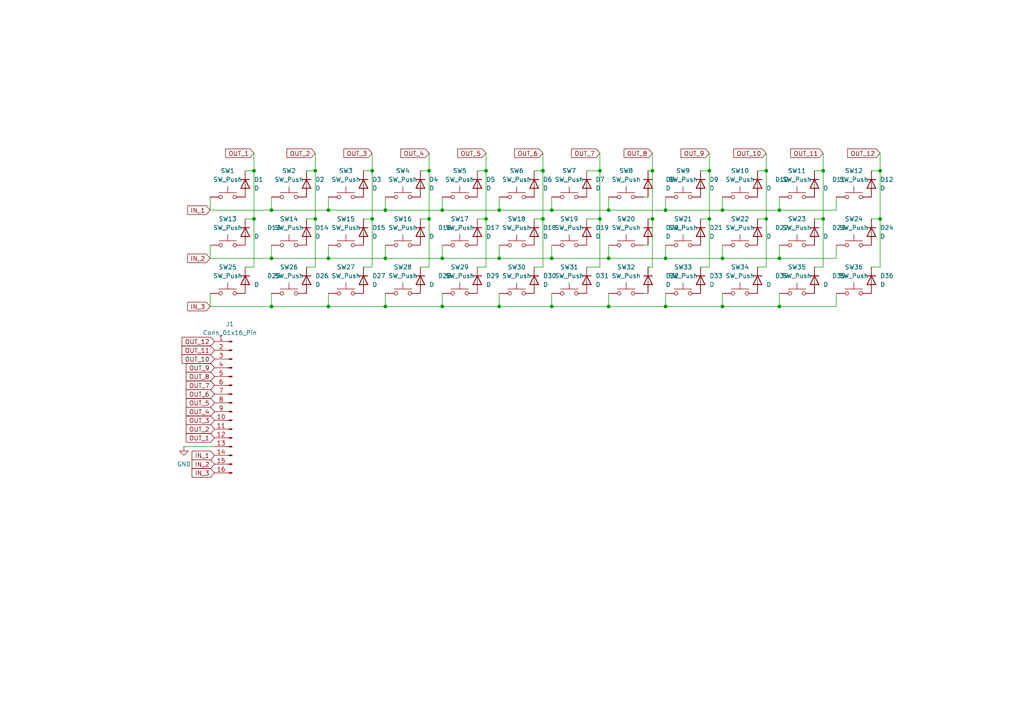
<source format=kicad_sch>
(kicad_sch (version 20231120) (generator "eeschema") (generator_version "8.0")
  (paper "A4")
  (lib_symbols
    (symbol "Connector:Conn_01x16_Pin" (pin_names (offset 1.016) hide)
      (property "Reference" "J" (at 0 20.32 0))
      (property "Value" "Conn_01x16_Pin" (at 0 -22.86 0))
      (symbol "Conn_01x16_Pin_1_1"
        (polyline (pts (xy 1.27 -20.32) (xy 0.8636 -20.32)) (stroke (width 0.1524)))
        (polyline (pts (xy 1.27 -17.78) (xy 0.8636 -17.78)) (stroke (width 0.1524)))
        (polyline (pts (xy 1.27 -15.24) (xy 0.8636 -15.24)) (stroke (width 0.1524)))
        (polyline (pts (xy 1.27 -12.7) (xy 0.8636 -12.7)) (stroke (width 0.1524)))
        (polyline (pts (xy 1.27 -10.16) (xy 0.8636 -10.16)) (stroke (width 0.1524)))
        (polyline (pts (xy 1.27 -7.62) (xy 0.8636 -7.62)) (stroke (width 0.1524)))
        (polyline (pts (xy 1.27 -5.08) (xy 0.8636 -5.08)) (stroke (width 0.1524)))
        (polyline (pts (xy 1.27 -2.54) (xy 0.8636 -2.54)) (stroke (width 0.1524)))
        (polyline (pts (xy 1.27 0) (xy 0.8636 0)) (stroke (width 0.1524)))
        (polyline (pts (xy 1.27 2.54) (xy 0.8636 2.54)) (stroke (width 0.1524)))
        (polyline (pts (xy 1.27 5.08) (xy 0.8636 5.08)) (stroke (width 0.1524)))
        (polyline (pts (xy 1.27 7.62) (xy 0.8636 7.62)) (stroke (width 0.1524)))
        (polyline (pts (xy 1.27 10.16) (xy 0.8636 10.16)) (stroke (width 0.1524)))
        (polyline (pts (xy 1.27 12.7) (xy 0.8636 12.7)) (stroke (width 0.1524)))
        (polyline (pts (xy 1.27 15.24) (xy 0.8636 15.24)) (stroke (width 0.1524)))
        (polyline (pts (xy 1.27 17.78) (xy 0.8636 17.78)) (stroke (width 0.1524)))
        (rectangle (start 0.8636 -20.193) (end 0 -20.447) (stroke (width 0.1524)) (fill (type outline)))
        (rectangle (start 0.8636 -17.653) (end 0 -17.907) (stroke (width 0.1524)) (fill (type outline)))
        (rectangle (start 0.8636 -15.113) (end 0 -15.367) (stroke (width 0.1524)) (fill (type outline)))
        (rectangle (start 0.8636 -12.573) (end 0 -12.827) (stroke (width 0.1524)) (fill (type outline)))
        (rectangle (start 0.8636 -10.033) (end 0 -10.287) (stroke (width 0.1524)) (fill (type outline)))
        (rectangle (start 0.8636 -7.493) (end 0 -7.747) (stroke (width 0.1524)) (fill (type outline)))
        (rectangle (start 0.8636 -4.953) (end 0 -5.207) (stroke (width 0.1524)) (fill (type outline)))
        (rectangle (start 0.8636 -2.413) (end 0 -2.667) (stroke (width 0.1524)) (fill (type outline)))
        (rectangle (start 0.8636 0.127) (end 0 -0.127) (stroke (width 0.1524)) (fill (type outline)))
        (rectangle (start 0.8636 2.667) (end 0 2.413) (stroke (width 0.1524)) (fill (type outline)))
        (rectangle (start 0.8636 5.207) (end 0 4.953) (stroke (width 0.1524)) (fill (type outline)))
        (rectangle (start 0.8636 7.747) (end 0 7.493) (stroke (width 0.1524)) (fill (type outline)))
        (rectangle (start 0.8636 10.287) (end 0 10.033) (stroke (width 0.1524)) (fill (type outline)))
        (rectangle (start 0.8636 12.827) (end 0 12.573) (stroke (width 0.1524)) (fill (type outline)))
        (rectangle (start 0.8636 15.367) (end 0 15.113) (stroke (width 0.1524)) (fill (type outline)))
        (rectangle (start 0.8636 17.907) (end 0 17.653) (stroke (width 0.1524)) (fill (type outline)))
        (pin passive line (at 5.08 17.78 180) (length 3.81) (name "Pin_1") (number "1"))
        (pin passive line (at 5.08 -5.08 180) (length 3.81) (name "Pin_10") (number "10"))
        (pin passive line (at 5.08 -7.62 180) (length 3.81) (name "Pin_11") (number "11"))
        (pin passive line (at 5.08 -10.16 180) (length 3.81) (name "Pin_12") (number "12"))
        (pin passive line (at 5.08 -12.7 180) (length 3.81) (name "Pin_13") (number "13"))
        (pin passive line (at 5.08 -15.24 180) (length 3.81) (name "Pin_14") (number "14"))
        (pin passive line (at 5.08 -17.78 180) (length 3.81) (name "Pin_15") (number "15"))
        (pin passive line (at 5.08 -20.32 180) (length 3.81) (name "Pin_16") (number "16"))
        (pin passive line (at 5.08 15.24 180) (length 3.81) (name "Pin_2") (number "2"))
        (pin passive line (at 5.08 12.7 180) (length 3.81) (name "Pin_3") (number "3"))
        (pin passive line (at 5.08 10.16 180) (length 3.81) (name "Pin_4") (number "4"))
        (pin passive line (at 5.08 7.62 180) (length 3.81) (name "Pin_5") (number "5"))
        (pin passive line (at 5.08 5.08 180) (length 3.81) (name "Pin_6") (number "6"))
        (pin passive line (at 5.08 2.54 180) (length 3.81) (name "Pin_7") (number "7"))
        (pin passive line (at 5.08 0 180) (length 3.81) (name "Pin_8") (number "8"))
        (pin passive line (at 5.08 -2.54 180) (length 3.81) (name "Pin_9") (number "9"))
      )
    )
    (symbol "Device:D" (pin_numbers hide) (pin_names (offset 1.016) hide)
      (property "Reference" "D" (at 0 2.54 0))
      (property "Value" "D" (at 0 -2.54 0))
      (symbol "D_0_1"
        (polyline (pts (xy -1.27 1.27) (xy -1.27 -1.27)) (stroke (width 0.254)))
        (polyline (pts (xy 1.27 0) (xy -1.27 0)))
        (polyline (pts (xy 1.27 1.27) (xy 1.27 -1.27) (xy -1.27 0) (xy 1.27 1.27)) (stroke (width 0.254)))
      )
      (symbol "D_1_1"
        (pin passive line (at -3.81 0 0) (length 2.54) (name "K") (number "1"))
        (pin passive line (at 3.81 0 180) (length 2.54) (name "A") (number "2"))
      )
    )
    (symbol "Switch:SW_Push" (pin_numbers hide) (pin_names (offset 1.016) hide)
      (property "Reference" "SW" (at 1.27 2.54 0))
      (property "Value" "SW_Push" (at 0 -1.524 0))
      (symbol "SW_Push_0_1"
        (circle (center -2.032 0) (radius 0.508))
        (polyline (pts (xy 0 1.27) (xy 0 3.048)))
        (polyline (pts (xy 2.54 1.27) (xy -2.54 1.27)))
        (circle (center 2.032 0) (radius 0.508))
        (pin passive line (at -5.08 0 0) (length 2.54) (name "1") (number "1"))
        (pin passive line (at 5.08 0 180) (length 2.54) (name "2") (number "2"))
      )
    )
    (symbol "power:GND" (power) (pin_numbers hide) (pin_names (offset 0) hide)
      (property "Value" "GND" (at 0 -3.81 0))
      (symbol "GND_0_1"
        (polyline (pts (xy 0 0) (xy 0 -1.27) (xy 1.27 -1.27) (xy 0 -2.54) (xy -1.27 -1.27) (xy 0 -1.27)))
      )
      (symbol "GND_1_1"
        (pin power_in line (at 0 0 270) (length 0) (name "~") (number "1"))
      )
    )
  )
  (junction (at 173.99 49.53))
  (junction (at 238.76 63.5))
  (junction (at 255.27 49.53))
  (junction (at 157.48 63.5))
  (junction (at 128.27 74.93))
  (junction (at 73.66 63.5))
  (junction (at 209.55 74.93))
  (junction (at 226.06 88.9))
  (junction (at 193.04 74.93))
  (junction (at 189.23 63.5))
  (junction (at 128.27 88.9))
  (junction (at 144.78 60.96))
  (junction (at 144.78 88.9))
  (junction (at 78.74 60.96))
  (junction (at 111.76 60.96))
  (junction (at 140.97 49.53))
  (junction (at 107.95 63.5))
  (junction (at 95.25 60.96))
  (junction (at 226.06 74.93))
  (junction (at 176.53 88.9))
  (junction (at 157.48 49.53))
  (junction (at 226.06 60.96))
  (junction (at 78.74 74.93))
  (junction (at 189.23 49.53))
  (junction (at 160.02 88.9))
  (junction (at 111.76 88.9))
  (junction (at 140.97 63.5))
  (junction (at 255.27 63.5))
  (junction (at 124.46 63.5))
  (junction (at 176.53 74.93))
  (junction (at 95.25 88.9))
  (junction (at 193.04 60.96))
  (junction (at 111.76 74.93))
  (junction (at 173.99 63.5))
  (junction (at 95.25 74.93))
  (junction (at 91.44 49.53))
  (junction (at 238.76 49.53))
  (junction (at 144.78 74.93))
  (junction (at 209.55 60.96))
  (junction (at 205.74 63.5))
  (junction (at 176.53 60.96))
  (junction (at 209.55 88.9))
  (junction (at 78.74 88.9))
  (junction (at 107.95 49.53))
  (junction (at 128.27 60.96))
  (junction (at 73.66 49.53))
  (junction (at 124.46 49.53))
  (junction (at 160.02 60.96))
  (junction (at 222.25 49.53))
  (junction (at 193.04 88.9))
  (junction (at 222.25 63.5))
  (junction (at 160.02 74.93))
  (junction (at 91.44 63.5))
  (junction (at 205.74 49.53))
  (wire (pts (xy 124.46 49.53) (xy 121.92 49.53)))
  (wire (pts (xy 222.25 44.45) (xy 222.25 49.53)))
  (wire (pts (xy 95.25 57.15) (xy 95.25 60.96)))
  (wire (pts (xy 255.27 49.53) (xy 252.73 49.53)))
  (wire (pts (xy 238.76 44.45) (xy 238.76 49.53)))
  (wire (pts (xy 193.04 88.9) (xy 209.55 88.9)))
  (wire (pts (xy 111.76 60.96) (xy 128.27 60.96)))
  (wire (pts (xy 157.48 49.53) (xy 154.94 49.53)))
  (wire (pts (xy 91.44 63.5) (xy 91.44 49.53)))
  (wire (pts (xy 78.74 74.93) (xy 95.25 74.93)))
  (wire (pts (xy 176.53 74.93) (xy 193.04 74.93)))
  (wire (pts (xy 219.71 77.47) (xy 222.25 77.47)))
  (wire (pts (xy 121.92 77.47) (xy 124.46 77.47)))
  (wire (pts (xy 88.9 63.5) (xy 91.44 63.5)))
  (wire (pts (xy 209.55 85.09) (xy 209.55 88.9)))
  (wire (pts (xy 91.44 44.45) (xy 91.44 49.53)))
  (wire (pts (xy 176.53 57.15) (xy 176.53 60.96)))
  (wire (pts (xy 157.48 49.53) (xy 157.48 63.5)))
  (wire (pts (xy 255.27 77.47) (xy 255.27 63.5)))
  (wire (pts (xy 209.55 57.15) (xy 209.55 60.96)))
  (wire (pts (xy 189.23 44.45) (xy 189.23 49.53)))
  (wire (pts (xy 203.2 63.5) (xy 205.74 63.5)))
  (wire (pts (xy 140.97 49.53) (xy 138.43 49.53)))
  (wire (pts (xy 144.78 88.9) (xy 160.02 88.9)))
  (wire (pts (xy 189.23 63.5) (xy 189.23 77.47)))
  (wire (pts (xy 95.25 88.9) (xy 111.76 88.9)))
  (wire (pts (xy 193.04 85.09) (xy 193.04 88.9)))
  (wire (pts (xy 91.44 77.47) (xy 91.44 63.5)))
  (wire (pts (xy 160.02 71.12) (xy 160.02 74.93)))
  (wire (pts (xy 71.12 63.5) (xy 73.66 63.5)))
  (wire (pts (xy 209.55 60.96) (xy 226.06 60.96)))
  (wire (pts (xy 154.94 63.5) (xy 157.48 63.5)))
  (wire (pts (xy 173.99 49.53) (xy 173.99 63.5)))
  (wire (pts (xy 157.48 63.5) (xy 157.48 77.47)))
  (wire (pts (xy 205.74 63.5) (xy 205.74 49.53)))
  (wire (pts (xy 205.74 49.53) (xy 203.2 49.53)))
  (wire (pts (xy 128.27 74.93) (xy 144.78 74.93)))
  (wire (pts (xy 124.46 44.45) (xy 124.46 49.53)))
  (wire (pts (xy 222.25 77.47) (xy 222.25 63.5)))
  (wire (pts (xy 160.02 57.15) (xy 160.02 60.96)))
  (wire (pts (xy 128.27 85.09) (xy 128.27 88.9)))
  (wire (pts (xy 128.27 60.96) (xy 144.78 60.96)))
  (wire (pts (xy 107.95 49.53) (xy 105.41 49.53)))
  (wire (pts (xy 138.43 77.47) (xy 140.97 77.47)))
  (wire (pts (xy 160.02 74.93) (xy 176.53 74.93)))
  (wire (pts (xy 160.02 60.96) (xy 176.53 60.96)))
  (wire (pts (xy 186.69 57.15) (xy 187.96 57.15)))
  (wire (pts (xy 193.04 57.15) (xy 193.04 60.96)))
  (wire (pts (xy 252.73 63.5) (xy 255.27 63.5)))
  (wire (pts (xy 187.96 63.5) (xy 189.23 63.5)))
  (wire (pts (xy 60.96 85.09) (xy 60.96 88.9)))
  (wire (pts (xy 78.74 60.96) (xy 95.25 60.96)))
  (wire (pts (xy 255.27 44.45) (xy 255.27 49.53)))
  (wire (pts (xy 226.06 57.15) (xy 226.06 60.96)))
  (wire (pts (xy 187.96 77.47) (xy 189.23 77.47)))
  (wire (pts (xy 107.95 63.5) (xy 107.95 49.53)))
  (wire (pts (xy 144.78 71.12) (xy 144.78 74.93)))
  (wire (pts (xy 107.95 44.45) (xy 107.95 49.53)))
  (wire (pts (xy 73.66 77.47) (xy 73.66 63.5)))
  (wire (pts (xy 193.04 71.12) (xy 193.04 74.93)))
  (wire (pts (xy 95.25 71.12) (xy 95.25 74.93)))
  (wire (pts (xy 124.46 77.47) (xy 124.46 63.5)))
  (wire (pts (xy 60.96 57.15) (xy 60.96 60.96)))
  (wire (pts (xy 60.96 74.93) (xy 78.74 74.93)))
  (wire (pts (xy 176.53 88.9) (xy 193.04 88.9)))
  (wire (pts (xy 226.06 88.9) (xy 242.57 88.9)))
  (wire (pts (xy 209.55 71.12) (xy 209.55 74.93)))
  (wire (pts (xy 193.04 74.93) (xy 209.55 74.93)))
  (wire (pts (xy 128.27 88.9) (xy 144.78 88.9)))
  (wire (pts (xy 157.48 44.45) (xy 157.48 49.53)))
  (wire (pts (xy 88.9 77.47) (xy 91.44 77.47)))
  (wire (pts (xy 193.04 60.96) (xy 209.55 60.96)))
  (wire (pts (xy 121.92 63.5) (xy 124.46 63.5)))
  (wire (pts (xy 95.25 74.93) (xy 111.76 74.93)))
  (wire (pts (xy 138.43 63.5) (xy 140.97 63.5)))
  (wire (pts (xy 219.71 63.5) (xy 222.25 63.5)))
  (wire (pts (xy 209.55 88.9) (xy 226.06 88.9)))
  (wire (pts (xy 78.74 71.12) (xy 78.74 74.93)))
  (wire (pts (xy 111.76 74.93) (xy 128.27 74.93)))
  (wire (pts (xy 144.78 57.15) (xy 144.78 60.96)))
  (wire (pts (xy 107.95 77.47) (xy 107.95 63.5)))
  (wire (pts (xy 173.99 63.5) (xy 173.99 77.47)))
  (wire (pts (xy 140.97 63.5) (xy 140.97 49.53)))
  (wire (pts (xy 205.74 44.45) (xy 205.74 49.53)))
  (wire (pts (xy 176.53 71.12) (xy 176.53 74.93)))
  (wire (pts (xy 203.2 77.47) (xy 205.74 77.47)))
  (wire (pts (xy 73.66 63.5) (xy 73.66 49.53)))
  (wire (pts (xy 95.25 85.09) (xy 95.25 88.9)))
  (wire (pts (xy 238.76 77.47) (xy 238.76 63.5)))
  (wire (pts (xy 60.96 88.9) (xy 78.74 88.9)))
  (wire (pts (xy 144.78 60.96) (xy 160.02 60.96)))
  (wire (pts (xy 144.78 85.09) (xy 144.78 88.9)))
  (wire (pts (xy 73.66 49.53) (xy 71.12 49.53)))
  (wire (pts (xy 111.76 88.9) (xy 128.27 88.9)))
  (wire (pts (xy 78.74 85.09) (xy 78.74 88.9)))
  (wire (pts (xy 170.18 63.5) (xy 173.99 63.5)))
  (wire (pts (xy 255.27 63.5) (xy 255.27 49.53)))
  (wire (pts (xy 53.34 129.54) (xy 62.23 129.54)))
  (wire (pts (xy 124.46 63.5) (xy 124.46 49.53)))
  (wire (pts (xy 242.57 60.96) (xy 242.57 57.15)))
  (wire (pts (xy 186.69 85.09) (xy 187.96 85.09)))
  (wire (pts (xy 78.74 57.15) (xy 78.74 60.96)))
  (wire (pts (xy 95.25 60.96) (xy 111.76 60.96)))
  (wire (pts (xy 170.18 77.47) (xy 173.99 77.47)))
  (wire (pts (xy 238.76 49.53) (xy 236.22 49.53)))
  (wire (pts (xy 128.27 71.12) (xy 128.27 74.93)))
  (wire (pts (xy 105.41 63.5) (xy 107.95 63.5)))
  (wire (pts (xy 189.23 49.53) (xy 189.23 63.5)))
  (wire (pts (xy 222.25 49.53) (xy 219.71 49.53)))
  (wire (pts (xy 186.69 71.12) (xy 187.96 71.12)))
  (wire (pts (xy 78.74 88.9) (xy 95.25 88.9)))
  (wire (pts (xy 236.22 77.47) (xy 238.76 77.47)))
  (wire (pts (xy 226.06 74.93) (xy 242.57 74.93)))
  (wire (pts (xy 140.97 44.45) (xy 140.97 49.53)))
  (wire (pts (xy 173.99 49.53) (xy 170.18 49.53)))
  (wire (pts (xy 105.41 77.47) (xy 107.95 77.47)))
  (wire (pts (xy 140.97 77.47) (xy 140.97 63.5)))
  (wire (pts (xy 71.12 77.47) (xy 73.66 77.47)))
  (wire (pts (xy 222.25 63.5) (xy 222.25 49.53)))
  (wire (pts (xy 209.55 74.93) (xy 226.06 74.93)))
  (wire (pts (xy 111.76 71.12) (xy 111.76 74.93)))
  (wire (pts (xy 236.22 63.5) (xy 238.76 63.5)))
  (wire (pts (xy 111.76 85.09) (xy 111.76 88.9)))
  (wire (pts (xy 242.57 88.9) (xy 242.57 85.09)))
  (wire (pts (xy 128.27 57.15) (xy 128.27 60.96)))
  (wire (pts (xy 60.96 60.96) (xy 78.74 60.96)))
  (wire (pts (xy 73.66 44.45) (xy 73.66 49.53)))
  (wire (pts (xy 226.06 71.12) (xy 226.06 74.93)))
  (wire (pts (xy 160.02 85.09) (xy 160.02 88.9)))
  (wire (pts (xy 226.06 60.96) (xy 242.57 60.96)))
  (wire (pts (xy 154.94 77.47) (xy 157.48 77.47)))
  (wire (pts (xy 252.73 77.47) (xy 255.27 77.47)))
  (wire (pts (xy 242.57 74.93) (xy 242.57 71.12)))
  (wire (pts (xy 173.99 44.45) (xy 173.99 49.53)))
  (wire (pts (xy 205.74 77.47) (xy 205.74 63.5)))
  (wire (pts (xy 226.06 85.09) (xy 226.06 88.9)))
  (wire (pts (xy 189.23 49.53) (xy 187.96 49.53)))
  (wire (pts (xy 238.76 63.5) (xy 238.76 49.53)))
  (wire (pts (xy 91.44 49.53) (xy 88.9 49.53)))
  (wire (pts (xy 160.02 88.9) (xy 176.53 88.9)))
  (wire (pts (xy 60.96 71.12) (xy 60.96 74.93)))
  (wire (pts (xy 176.53 85.09) (xy 176.53 88.9)))
  (wire (pts (xy 111.76 57.15) (xy 111.76 60.96)))
  (wire (pts (xy 176.53 60.96) (xy 193.04 60.96)))
  (wire (pts (xy 144.78 74.93) (xy 160.02 74.93)))
  (global_label "OUT_4" (shape input) (at 124.46 44.45 180) (property "Intersheetrefs" "${INTERSHEET_REFS}" (effects (hide yes))))
  (global_label "OUT_8" (shape input) (at 189.23 44.45 180) (property "Intersheetrefs" "${INTERSHEET_REFS}" (effects (hide yes))))
  (global_label "OUT_11" (shape input) (at 238.76 44.45 180) (property "Intersheetrefs" "${INTERSHEET_REFS}" (effects (hide yes))))
  (global_label "OUT_9" (shape input) (at 62.23 106.68 180) (property "Intersheetrefs" "${INTERSHEET_REFS}" (effects (hide yes))))
  (global_label "OUT_7" (shape input) (at 62.23 111.76 180) (property "Intersheetrefs" "${INTERSHEET_REFS}" (effects (hide yes))))
  (global_label "OUT_7" (shape input) (at 173.99 44.45 180) (property "Intersheetrefs" "${INTERSHEET_REFS}" (effects (hide yes))))
  (global_label "OUT_8" (shape input) (at 62.23 109.22 180) (property "Intersheetrefs" "${INTERSHEET_REFS}" (effects (hide yes))))
  (global_label "IN_1" (shape input) (at 60.96 60.96 180) (property "Intersheetrefs" "${INTERSHEET_REFS}" (effects (hide yes))))
  (global_label "OUT_2" (shape input) (at 62.23 124.46 180) (property "Intersheetrefs" "${INTERSHEET_REFS}" (effects (hide yes))))
  (global_label "OUT_6" (shape input) (at 62.23 114.3 180) (property "Intersheetrefs" "${INTERSHEET_REFS}" (effects (hide yes))))
  (global_label "OUT_2" (shape input) (at 91.44 44.45 180) (property "Intersheetrefs" "${INTERSHEET_REFS}" (effects (hide yes))))
  (global_label "OUT_12" (shape input) (at 62.23 99.06 180) (property "Intersheetrefs" "${INTERSHEET_REFS}" (effects (hide yes))))
  (global_label "OUT_10" (shape input) (at 222.25 44.45 180) (property "Intersheetrefs" "${INTERSHEET_REFS}" (effects (hide yes))))
  (global_label "OUT_11" (shape input) (at 62.23 101.6 180) (property "Intersheetrefs" "${INTERSHEET_REFS}" (effects (hide yes))))
  (global_label "OUT_6" (shape input) (at 157.48 44.45 180) (property "Intersheetrefs" "${INTERSHEET_REFS}" (effects (hide yes))))
  (global_label "OUT_1" (shape input) (at 73.66 44.45 180) (property "Intersheetrefs" "${INTERSHEET_REFS}" (effects (hide yes))))
  (global_label "OUT_1" (shape input) (at 62.23 127 180) (property "Intersheetrefs" "${INTERSHEET_REFS}" (effects (hide yes))))
  (global_label "IN_3" (shape input) (at 60.96 88.9 180) (property "Intersheetrefs" "${INTERSHEET_REFS}" (effects (hide yes))))
  (global_label "IN_3" (shape input) (at 62.23 137.16 180) (property "Intersheetrefs" "${INTERSHEET_REFS}" (effects (hide yes))))
  (global_label "OUT_4" (shape input) (at 62.23 119.38 180) (property "Intersheetrefs" "${INTERSHEET_REFS}" (effects (hide yes))))
  (global_label "OUT_3" (shape input) (at 107.95 44.45 180) (property "Intersheetrefs" "${INTERSHEET_REFS}" (effects (hide yes))))
  (global_label "OUT_3" (shape input) (at 62.23 121.92 180) (property "Intersheetrefs" "${INTERSHEET_REFS}" (effects (hide yes))))
  (global_label "OUT_12" (shape input) (at 255.27 44.45 180) (property "Intersheetrefs" "${INTERSHEET_REFS}" (effects (hide yes))))
  (global_label "OUT_5" (shape input) (at 140.97 44.45 180) (property "Intersheetrefs" "${INTERSHEET_REFS}" (effects (hide yes))))
  (global_label "IN_2" (shape input) (at 62.23 134.62 180) (property "Intersheetrefs" "${INTERSHEET_REFS}" (effects (hide yes))))
  (global_label "OUT_5" (shape input) (at 62.23 116.84 180) (property "Intersheetrefs" "${INTERSHEET_REFS}" (effects (hide yes))))
  (global_label "IN_2" (shape input) (at 60.96 74.93 180) (property "Intersheetrefs" "${INTERSHEET_REFS}" (effects (hide yes))))
  (global_label "OUT_10" (shape input) (at 62.23 104.14 180) (property "Intersheetrefs" "${INTERSHEET_REFS}" (effects (hide yes))))
  (global_label "OUT_9" (shape input) (at 205.74 44.45 180) (property "Intersheetrefs" "${INTERSHEET_REFS}" (effects (hide yes))))
  (global_label "IN_1" (shape input) (at 62.23 132.08 180) (property "Intersheetrefs" "${INTERSHEET_REFS}" (effects (hide yes))))
  (symbol (lib_id "power:GND") (at 53.34 129.54 0) (unit 1)
    (property "Reference" "#PWR01" (effects (hide yes)))
    (property "Value" "GND" (at 53.34 134.62 0))
    (property "Description" "Power symbol creates a global label with name \"GND\" , ground" (effects (hide yes)))
  )
  (symbol (lib_id "Device:D") (at 236.22 81.28 270) (unit 1)
    (property "Reference" "D35" (at 241.3 80.0099 90) (effects (justify left)))
    (property "Value" "D" (at 238.76 82.5499 90) (effects (justify left)))
    (property "Footprint" "Diode_THT:D_DO-35_SOD27_P7.62mm_Horizontal" (effects (hide yes)))
    (property "Description" "Diode" (effects (hide yes)))
    (property "Sim.Device" "D" (effects (hide yes)))
    (property "Sim.Pins" "1=K 2=A" (effects (hide yes)))
  )
  (symbol (lib_id "Switch:SW_Push") (at 100.33 71.12 0) (unit 1)
    (property "Reference" "SW15" (at 100.33 63.5 0))
    (property "Value" "SW_Push" (at 100.33 66.04 0))
    (property "Footprint" "library:Kailh_socket_MX_platemount" (effects (hide yes)))
    (property "Description" "Push button switch, generic, two pins" (effects (hide yes)))
  )
  (symbol (lib_id "Switch:SW_Push") (at 198.12 85.09 0) (unit 1)
    (property "Reference" "SW33" (at 198.12 77.47 0))
    (property "Value" "SW_Push" (at 198.12 80.01 0))
    (property "Footprint" "library:Kailh_socket_MX_platemount" (effects (hide yes)))
    (property "Description" "Push button switch, generic, two pins" (effects (hide yes)))
  )
  (symbol (lib_id "Switch:SW_Push") (at 231.14 85.09 0) (unit 1)
    (property "Reference" "SW35" (at 231.14 77.47 0))
    (property "Value" "SW_Push" (at 231.14 80.01 0))
    (property "Footprint" "library:Kailh_socket_MX_platemount" (effects (hide yes)))
    (property "Description" "Push button switch, generic, two pins" (effects (hide yes)))
  )
  (symbol (lib_id "Device:D") (at 203.2 67.31 270) (unit 1)
    (property "Reference" "D21" (at 205.74 66.0399 90) (effects (justify left)))
    (property "Value" "D" (at 205.74 68.5799 90) (effects (justify left)))
    (property "Footprint" "Diode_THT:D_DO-35_SOD27_P7.62mm_Horizontal" (effects (hide yes)))
    (property "Description" "Diode" (effects (hide yes)))
    (property "Sim.Device" "D" (effects (hide yes)))
    (property "Sim.Pins" "1=K 2=A" (effects (hide yes)))
  )
  (symbol (lib_id "Device:D") (at 88.9 53.34 270) (unit 1)
    (property "Reference" "D2" (at 91.44 52.0699 90) (effects (justify left)))
    (property "Value" "D" (at 91.44 54.6099 90) (effects (justify left)))
    (property "Footprint" "Diode_THT:D_DO-35_SOD27_P7.62mm_Horizontal" (effects (hide yes)))
    (property "Description" "Diode" (effects (hide yes)))
    (property "Sim.Device" "D" (effects (hide yes)))
    (property "Sim.Pins" "1=K 2=A" (effects (hide yes)))
  )
  (symbol (lib_id "Switch:SW_Push") (at 247.65 57.15 0) (unit 1)
    (property "Reference" "SW12" (at 247.65 49.53 0))
    (property "Value" "SW_Push" (at 247.65 52.07 0))
    (property "Footprint" "library:Kailh_socket_MX_platemount" (effects (hide yes)))
    (property "Description" "Push button switch, generic, two pins" (effects (hide yes)))
  )
  (symbol (lib_id "Device:D") (at 252.73 53.34 270) (unit 1)
    (property "Reference" "D12" (at 255.27 52.0699 90) (effects (justify left)))
    (property "Value" "D" (at 255.27 54.6099 90) (effects (justify left)))
    (property "Footprint" "Diode_THT:D_DO-35_SOD27_P7.62mm_Horizontal" (effects (hide yes)))
    (property "Description" "Diode" (effects (hide yes)))
    (property "Sim.Device" "D" (effects (hide yes)))
    (property "Sim.Pins" "1=K 2=A" (effects (hide yes)))
  )
  (symbol (lib_id "Device:D") (at 105.41 53.34 270) (unit 1)
    (property "Reference" "D3" (at 107.95 52.0699 90) (effects (justify left)))
    (property "Value" "D" (at 107.95 54.6099 90) (effects (justify left)))
    (property "Footprint" "Diode_THT:D_DO-35_SOD27_P7.62mm_Horizontal" (effects (hide yes)))
    (property "Description" "Diode" (effects (hide yes)))
    (property "Sim.Device" "D" (effects (hide yes)))
    (property "Sim.Pins" "1=K 2=A" (effects (hide yes)))
  )
  (symbol (lib_id "Device:D") (at 170.18 67.31 270) (unit 1)
    (property "Reference" "D19" (at 172.72 66.0399 90) (effects (justify left)))
    (property "Value" "D" (at 172.72 68.5799 90) (effects (justify left)))
    (property "Footprint" "Diode_THT:D_DO-35_SOD27_P7.62mm_Horizontal" (effects (hide yes)))
    (property "Description" "Diode" (effects (hide yes)))
    (property "Sim.Device" "D" (effects (hide yes)))
    (property "Sim.Pins" "1=K 2=A" (effects (hide yes)))
  )
  (symbol (lib_id "Device:D") (at 138.43 81.28 270) (unit 1)
    (property "Reference" "D29" (at 140.97 80.0099 90) (effects (justify left)))
    (property "Value" "D" (at 140.97 82.5499 90) (effects (justify left)))
    (property "Footprint" "Diode_THT:D_DO-35_SOD27_P7.62mm_Horizontal" (effects (hide yes)))
    (property "Description" "Diode" (effects (hide yes)))
    (property "Sim.Device" "D" (effects (hide yes)))
    (property "Sim.Pins" "1=K 2=A" (effects (hide yes)))
  )
  (symbol (lib_id "Device:D") (at 170.18 53.34 270) (unit 1)
    (property "Reference" "D7" (at 172.72 52.0699 90) (effects (justify left)))
    (property "Value" "D" (at 172.72 54.6099 90) (effects (justify left)))
    (property "Footprint" "Diode_THT:D_DO-35_SOD27_P7.62mm_Horizontal" (effects (hide yes)))
    (property "Description" "Diode" (effects (hide yes)))
    (property "Sim.Device" "D" (effects (hide yes)))
    (property "Sim.Pins" "1=K 2=A" (effects (hide yes)))
  )
  (symbol (lib_id "Switch:SW_Push") (at 181.61 85.09 0) (unit 1)
    (property "Reference" "SW32" (at 181.61 77.47 0))
    (property "Value" "SW_Push" (at 181.61 80.01 0))
    (property "Footprint" "library:Kailh_socket_MX_platemount" (effects (hide yes)))
    (property "Description" "Push button switch, generic, two pins" (effects (hide yes)))
  )
  (symbol (lib_id "Device:D") (at 138.43 53.34 270) (unit 1)
    (property "Reference" "D5" (at 140.97 52.0699 90) (effects (justify left)))
    (property "Value" "D" (at 140.97 54.6099 90) (effects (justify left)))
    (property "Footprint" "Diode_THT:D_DO-35_SOD27_P7.62mm_Horizontal" (effects (hide yes)))
    (property "Description" "Diode" (effects (hide yes)))
    (property "Sim.Device" "D" (effects (hide yes)))
    (property "Sim.Pins" "1=K 2=A" (effects (hide yes)))
  )
  (symbol (lib_id "Device:D") (at 236.22 67.31 270) (unit 1)
    (property "Reference" "D23" (at 241.3 66.0399 90) (effects (justify left)))
    (property "Value" "D" (at 238.76 68.5799 90) (effects (justify left)))
    (property "Footprint" "Diode_THT:D_DO-35_SOD27_P7.62mm_Horizontal" (effects (hide yes)))
    (property "Description" "Diode" (effects (hide yes)))
    (property "Sim.Device" "D" (effects (hide yes)))
    (property "Sim.Pins" "1=K 2=A" (effects (hide yes)))
  )
  (symbol (lib_id "Switch:SW_Push") (at 66.04 57.15 0) (unit 1)
    (property "Reference" "SW1" (at 66.04 49.53 0))
    (property "Value" "SW_Push" (at 66.04 52.07 0))
    (property "Footprint" "library:Kailh_socket_MX_platemount" (effects (hide yes)))
    (property "Description" "Push button switch, generic, two pins" (effects (hide yes)))
  )
  (symbol (lib_id "Device:D") (at 203.2 53.34 270) (unit 1)
    (property "Reference" "D9" (at 205.74 52.0699 90) (effects (justify left)))
    (property "Value" "D" (at 205.74 54.6099 90) (effects (justify left)))
    (property "Footprint" "Diode_THT:D_DO-35_SOD27_P7.62mm_Horizontal" (effects (hide yes)))
    (property "Description" "Diode" (effects (hide yes)))
    (property "Sim.Device" "D" (effects (hide yes)))
    (property "Sim.Pins" "1=K 2=A" (effects (hide yes)))
  )
  (symbol (lib_id "Device:D") (at 105.41 67.31 270) (unit 1)
    (property "Reference" "D15" (at 107.95 66.0399 90) (effects (justify left)))
    (property "Value" "D" (at 107.95 68.5799 90) (effects (justify left)))
    (property "Footprint" "Diode_THT:D_DO-35_SOD27_P7.62mm_Horizontal" (effects (hide yes)))
    (property "Description" "Diode" (effects (hide yes)))
    (property "Sim.Device" "D" (effects (hide yes)))
    (property "Sim.Pins" "1=K 2=A" (effects (hide yes)))
  )
  (symbol (lib_id "Device:D") (at 203.2 81.28 270) (unit 1)
    (property "Reference" "D33" (at 205.74 80.0099 90) (effects (justify left)))
    (property "Value" "D" (at 205.74 82.5499 90) (effects (justify left)))
    (property "Footprint" "Diode_THT:D_DO-35_SOD27_P7.62mm_Horizontal" (effects (hide yes)))
    (property "Description" "Diode" (effects (hide yes)))
    (property "Sim.Device" "D" (effects (hide yes)))
    (property "Sim.Pins" "1=K 2=A" (effects (hide yes)))
  )
  (symbol (lib_id "Device:D") (at 138.43 67.31 270) (unit 1)
    (property "Reference" "D17" (at 140.97 66.0399 90) (effects (justify left)))
    (property "Value" "D" (at 140.97 68.5799 90) (effects (justify left)))
    (property "Footprint" "Diode_THT:D_DO-35_SOD27_P7.62mm_Horizontal" (effects (hide yes)))
    (property "Description" "Diode" (effects (hide yes)))
    (property "Sim.Device" "D" (effects (hide yes)))
    (property "Sim.Pins" "1=K 2=A" (effects (hide yes)))
  )
  (symbol (lib_id "Switch:SW_Push") (at 214.63 71.12 0) (unit 1)
    (property "Reference" "SW22" (at 214.63 63.5 0))
    (property "Value" "SW_Push" (at 214.63 66.04 0))
    (property "Footprint" "library:Kailh_socket_MX_platemount" (effects (hide yes)))
    (property "Description" "Push button switch, generic, two pins" (effects (hide yes)))
  )
  (symbol (lib_id "Device:D") (at 71.12 81.28 270) (unit 1)
    (property "Reference" "D25" (at 77.47 80.0099 90) (effects (justify left)))
    (property "Value" "D" (at 73.66 82.5499 90) (effects (justify left)))
    (property "Footprint" "Diode_THT:D_DO-35_SOD27_P7.62mm_Horizontal" (effects (hide yes)))
    (property "Description" "Diode" (effects (hide yes)))
    (property "Sim.Device" "D" (effects (hide yes)))
    (property "Sim.Pins" "1=K 2=A" (effects (hide yes)))
  )
  (symbol (lib_id "Switch:SW_Push") (at 66.04 71.12 0) (unit 1)
    (property "Reference" "SW13" (at 66.04 63.5 0))
    (property "Value" "SW_Push" (at 66.04 66.04 0))
    (property "Footprint" "library:Kailh_socket_MX_platemount" (effects (hide yes)))
    (property "Description" "Push button switch, generic, two pins" (effects (hide yes)))
  )
  (symbol (lib_id "Device:D") (at 121.92 53.34 270) (unit 1)
    (property "Reference" "D4" (at 124.46 52.0699 90) (effects (justify left)))
    (property "Value" "D" (at 124.46 54.6099 90) (effects (justify left)))
    (property "Footprint" "Diode_THT:D_DO-35_SOD27_P7.62mm_Horizontal" (effects (hide yes)))
    (property "Description" "Diode" (effects (hide yes)))
    (property "Sim.Device" "D" (effects (hide yes)))
    (property "Sim.Pins" "1=K 2=A" (effects (hide yes)))
  )
  (symbol (lib_id "Switch:SW_Push") (at 231.14 57.15 0) (unit 1)
    (property "Reference" "SW11" (at 231.14 49.53 0))
    (property "Value" "SW_Push" (at 231.14 52.07 0))
    (property "Footprint" "library:Kailh_socket_MX_platemount" (effects (hide yes)))
    (property "Description" "Push button switch, generic, two pins" (effects (hide yes)))
  )
  (symbol (lib_id "Switch:SW_Push") (at 181.61 57.15 0) (unit 1)
    (property "Reference" "SW8" (at 181.61 49.53 0))
    (property "Value" "SW_Push" (at 181.61 52.07 0))
    (property "Footprint" "library:Kailh_socket_MX_platemount" (effects (hide yes)))
    (property "Description" "Push button switch, generic, two pins" (effects (hide yes)))
  )
  (symbol (lib_id "Connector:Conn_01x16_Pin") (at 67.31 116.84 0) (mirror y) (unit 1)
    (property "Reference" "J1" (at 66.675 93.98 0))
    (property "Value" "Conn_01x16_Pin" (at 66.675 96.52 0))
    (property "Footprint" "Connector_PinHeader_2.54mm:PinHeader_2x08_P2.54mm_Vertical" (effects (hide yes)))
    (property "Description" "Generic connector, single row, 01x16, script generated" (effects (hide yes)))
  )
  (symbol (lib_id "Device:D") (at 154.94 67.31 270) (unit 1)
    (property "Reference" "D18" (at 157.48 66.0399 90) (effects (justify left)))
    (property "Value" "D" (at 157.48 68.5799 90) (effects (justify left)))
    (property "Footprint" "Diode_THT:D_DO-35_SOD27_P7.62mm_Horizontal" (effects (hide yes)))
    (property "Description" "Diode" (effects (hide yes)))
    (property "Sim.Device" "D" (effects (hide yes)))
    (property "Sim.Pins" "1=K 2=A" (effects (hide yes)))
  )
  (symbol (lib_id "Switch:SW_Push") (at 66.04 85.09 0) (unit 1)
    (property "Reference" "SW25" (at 66.04 77.47 0))
    (property "Value" "SW_Push" (at 66.04 80.01 0))
    (property "Footprint" "library:Kailh_socket_MX_platemount" (effects (hide yes)))
    (property "Description" "Push button switch, generic, two pins" (effects (hide yes)))
  )
  (symbol (lib_id "Device:D") (at 121.92 81.28 270) (unit 1)
    (property "Reference" "D28" (at 127 80.0099 90) (effects (justify left)))
    (property "Value" "D" (at 124.46 82.5499 90) (effects (justify left)))
    (property "Footprint" "Diode_THT:D_DO-35_SOD27_P7.62mm_Horizontal" (effects (hide yes)))
    (property "Description" "Diode" (effects (hide yes)))
    (property "Sim.Device" "D" (effects (hide yes)))
    (property "Sim.Pins" "1=K 2=A" (effects (hide yes)))
  )
  (symbol (lib_id "Device:D") (at 154.94 53.34 270) (unit 1)
    (property "Reference" "D6" (at 157.48 52.0699 90) (effects (justify left)))
    (property "Value" "D" (at 157.48 54.6099 90) (effects (justify left)))
    (property "Footprint" "Diode_THT:D_DO-35_SOD27_P7.62mm_Horizontal" (effects (hide yes)))
    (property "Description" "Diode" (effects (hide yes)))
    (property "Sim.Device" "D" (effects (hide yes)))
    (property "Sim.Pins" "1=K 2=A" (effects (hide yes)))
  )
  (symbol (lib_id "Switch:SW_Push") (at 133.35 57.15 0) (unit 1)
    (property "Reference" "SW5" (at 133.35 49.53 0))
    (property "Value" "SW_Push" (at 133.35 52.07 0))
    (property "Footprint" "library:Kailh_socket_MX_platemount" (effects (hide yes)))
    (property "Description" "Push button switch, generic, two pins" (effects (hide yes)))
  )
  (symbol (lib_id "Switch:SW_Push") (at 231.14 71.12 0) (unit 1)
    (property "Reference" "SW23" (at 231.14 63.5 0))
    (property "Value" "SW_Push" (at 231.14 66.04 0))
    (property "Footprint" "library:Kailh_socket_MX_platemount" (effects (hide yes)))
    (property "Description" "Push button switch, generic, two pins" (effects (hide yes)))
  )
  (symbol (lib_id "Switch:SW_Push") (at 165.1 71.12 0) (unit 1)
    (property "Reference" "SW19" (at 165.1 63.5 0))
    (property "Value" "SW_Push" (at 165.1 66.04 0))
    (property "Footprint" "library:Kailh_socket_MX_platemount" (effects (hide yes)))
    (property "Description" "Push button switch, generic, two pins" (effects (hide yes)))
  )
  (symbol (lib_id "Switch:SW_Push") (at 149.86 85.09 0) (unit 1)
    (property "Reference" "SW30" (at 149.86 77.47 0))
    (property "Value" "SW_Push" (at 149.86 80.01 0))
    (property "Footprint" "library:Kailh_socket_MX_platemount" (effects (hide yes)))
    (property "Description" "Push button switch, generic, two pins" (effects (hide yes)))
  )
  (symbol (lib_id "Device:D") (at 187.96 67.31 270) (unit 1)
    (property "Reference" "D20" (at 193.04 66.0399 90) (effects (justify left)))
    (property "Value" "D" (at 193.04 68.5799 90) (effects (justify left)))
    (property "Footprint" "Diode_THT:D_DO-35_SOD27_P7.62mm_Horizontal" (effects (hide yes)))
    (property "Description" "Diode" (effects (hide yes)))
    (property "Sim.Device" "D" (effects (hide yes)))
    (property "Sim.Pins" "1=K 2=A" (effects (hide yes)))
  )
  (symbol (lib_id "Device:D") (at 88.9 81.28 270) (unit 1)
    (property "Reference" "D26" (at 91.44 80.0099 90) (effects (justify left)))
    (property "Value" "D" (at 91.44 82.5499 90) (effects (justify left)))
    (property "Footprint" "Diode_THT:D_DO-35_SOD27_P7.62mm_Horizontal" (effects (hide yes)))
    (property "Description" "Diode" (effects (hide yes)))
    (property "Sim.Device" "D" (effects (hide yes)))
    (property "Sim.Pins" "1=K 2=A" (effects (hide yes)))
  )
  (symbol (lib_id "Switch:SW_Push") (at 198.12 57.15 0) (unit 1)
    (property "Reference" "SW9" (at 198.12 49.53 0))
    (property "Value" "SW_Push" (at 198.12 52.07 0))
    (property "Footprint" "library:Kailh_socket_MX_platemount" (effects (hide yes)))
    (property "Description" "Push button switch, generic, two pins" (effects (hide yes)))
  )
  (symbol (lib_id "Device:D") (at 219.71 81.28 270) (unit 1)
    (property "Reference" "D34" (at 224.79 80.0099 90) (effects (justify left)))
    (property "Value" "D" (at 222.25 82.5499 90) (effects (justify left)))
    (property "Footprint" "Diode_THT:D_DO-35_SOD27_P7.62mm_Horizontal" (effects (hide yes)))
    (property "Description" "Diode" (effects (hide yes)))
    (property "Sim.Device" "D" (effects (hide yes)))
    (property "Sim.Pins" "1=K 2=A" (effects (hide yes)))
  )
  (symbol (lib_id "Device:D") (at 187.96 81.28 270) (unit 1)
    (property "Reference" "D32" (at 193.04 80.0099 90) (effects (justify left)))
    (property "Value" "D" (at 193.04 82.5499 90) (effects (justify left)))
    (property "Footprint" "Diode_THT:D_DO-35_SOD27_P7.62mm_Horizontal" (effects (hide yes)))
    (property "Description" "Diode" (effects (hide yes)))
    (property "Sim.Device" "D" (effects (hide yes)))
    (property "Sim.Pins" "1=K 2=A" (effects (hide yes)))
  )
  (symbol (lib_id "Device:D") (at 236.22 53.34 270) (unit 1)
    (property "Reference" "D11" (at 241.3 52.0699 90) (effects (justify left)))
    (property "Value" "D" (at 238.76 54.6099 90) (effects (justify left)))
    (property "Footprint" "Diode_THT:D_DO-35_SOD27_P7.62mm_Horizontal" (effects (hide yes)))
    (property "Description" "Diode" (effects (hide yes)))
    (property "Sim.Device" "D" (effects (hide yes)))
    (property "Sim.Pins" "1=K 2=A" (effects (hide yes)))
  )
  (symbol (lib_id "Switch:SW_Push") (at 100.33 57.15 0) (unit 1)
    (property "Reference" "SW3" (at 100.33 49.53 0))
    (property "Value" "SW_Push" (at 100.33 52.07 0))
    (property "Footprint" "library:Kailh_socket_MX_platemount" (effects (hide yes)))
    (property "Description" "Push button switch, generic, two pins" (effects (hide yes)))
  )
  (symbol (lib_id "Switch:SW_Push") (at 133.35 85.09 0) (unit 1)
    (property "Reference" "SW29" (at 133.35 77.47 0))
    (property "Value" "SW_Push" (at 133.35 80.01 0))
    (property "Footprint" "library:Kailh_socket_MX_platemount" (effects (hide yes)))
    (property "Description" "Push button switch, generic, two pins" (effects (hide yes)))
  )
  (symbol (lib_id "Device:D") (at 252.73 81.28 270) (unit 1)
    (property "Reference" "D36" (at 255.27 80.0099 90) (effects (justify left)))
    (property "Value" "D" (at 255.27 82.5499 90) (effects (justify left)))
    (property "Footprint" "Diode_THT:D_DO-35_SOD27_P7.62mm_Horizontal" (effects (hide yes)))
    (property "Description" "Diode" (effects (hide yes)))
    (property "Sim.Device" "D" (effects (hide yes)))
    (property "Sim.Pins" "1=K 2=A" (effects (hide yes)))
  )
  (symbol (lib_id "Switch:SW_Push") (at 214.63 85.09 0) (unit 1)
    (property "Reference" "SW34" (at 214.63 77.47 0))
    (property "Value" "SW_Push" (at 214.63 80.01 0))
    (property "Footprint" "library:Kailh_socket_MX_platemount" (effects (hide yes)))
    (property "Description" "Push button switch, generic, two pins" (effects (hide yes)))
  )
  (symbol (lib_id "Switch:SW_Push") (at 116.84 71.12 0) (unit 1)
    (property "Reference" "SW16" (at 116.84 63.5 0))
    (property "Value" "SW_Push" (at 116.84 66.04 0))
    (property "Footprint" "library:Kailh_socket_MX_platemount" (effects (hide yes)))
    (property "Description" "Push button switch, generic, two pins" (effects (hide yes)))
  )
  (symbol (lib_id "Device:D") (at 219.71 67.31 270) (unit 1)
    (property "Reference" "D22" (at 224.79 66.0399 90) (effects (justify left)))
    (property "Value" "D" (at 222.25 68.5799 90) (effects (justify left)))
    (property "Footprint" "Diode_THT:D_DO-35_SOD27_P7.62mm_Horizontal" (effects (hide yes)))
    (property "Description" "Diode" (effects (hide yes)))
    (property "Sim.Device" "D" (effects (hide yes)))
    (property "Sim.Pins" "1=K 2=A" (effects (hide yes)))
  )
  (symbol (lib_id "Switch:SW_Push") (at 133.35 71.12 0) (unit 1)
    (property "Reference" "SW17" (at 133.35 63.5 0))
    (property "Value" "SW_Push" (at 133.35 66.04 0))
    (property "Footprint" "library:Kailh_socket_MX_platemount" (effects (hide yes)))
    (property "Description" "Push button switch, generic, two pins" (effects (hide yes)))
  )
  (symbol (lib_id "Switch:SW_Push") (at 165.1 85.09 0) (unit 1)
    (property "Reference" "SW31" (at 165.1 77.47 0))
    (property "Value" "SW_Push" (at 165.1 80.01 0))
    (property "Footprint" "library:Kailh_socket_MX_platemount" (effects (hide yes)))
    (property "Description" "Push button switch, generic, two pins" (effects (hide yes)))
  )
  (symbol (lib_id "Device:D") (at 170.18 81.28 270) (unit 1)
    (property "Reference" "D31" (at 172.72 80.0099 90) (effects (justify left)))
    (property "Value" "D" (at 172.72 82.5499 90) (effects (justify left)))
    (property "Footprint" "Diode_THT:D_DO-35_SOD27_P7.62mm_Horizontal" (effects (hide yes)))
    (property "Description" "Diode" (effects (hide yes)))
    (property "Sim.Device" "D" (effects (hide yes)))
    (property "Sim.Pins" "1=K 2=A" (effects (hide yes)))
  )
  (symbol (lib_id "Device:D") (at 219.71 53.34 270) (unit 1)
    (property "Reference" "D10" (at 224.79 52.0699 90) (effects (justify left)))
    (property "Value" "D" (at 222.25 54.6099 90) (effects (justify left)))
    (property "Footprint" "Diode_THT:D_DO-35_SOD27_P7.62mm_Horizontal" (effects (hide yes)))
    (property "Description" "Diode" (effects (hide yes)))
    (property "Sim.Device" "D" (effects (hide yes)))
    (property "Sim.Pins" "1=K 2=A" (effects (hide yes)))
  )
  (symbol (lib_id "Switch:SW_Push") (at 83.82 71.12 0) (unit 1)
    (property "Reference" "SW14" (at 83.82 63.5 0))
    (property "Value" "SW_Push" (at 83.82 66.04 0))
    (property "Footprint" "library:Kailh_socket_MX_platemount" (effects (hide yes)))
    (property "Description" "Push button switch, generic, two pins" (effects (hide yes)))
  )
  (symbol (lib_id "Switch:SW_Push") (at 247.65 85.09 0) (unit 1)
    (property "Reference" "SW36" (at 247.65 77.47 0))
    (property "Value" "SW_Push" (at 247.65 80.01 0))
    (property "Footprint" "library:Kailh_socket_MX_platemount" (effects (hide yes)))
    (property "Description" "Push button switch, generic, two pins" (effects (hide yes)))
  )
  (symbol (lib_id "Switch:SW_Push") (at 181.61 71.12 0) (unit 1)
    (property "Reference" "SW20" (at 181.61 63.5 0))
    (property "Value" "SW_Push" (at 181.61 66.04 0))
    (property "Footprint" "library:Kailh_socket_MX_platemount" (effects (hide yes)))
    (property "Description" "Push button switch, generic, two pins" (effects (hide yes)))
  )
  (symbol (lib_id "Device:D") (at 105.41 81.28 270) (unit 1)
    (property "Reference" "D27" (at 107.95 80.0099 90) (effects (justify left)))
    (property "Value" "D" (at 107.95 82.5499 90) (effects (justify left)))
    (property "Footprint" "Diode_THT:D_DO-35_SOD27_P7.62mm_Horizontal" (effects (hide yes)))
    (property "Description" "Diode" (effects (hide yes)))
    (property "Sim.Device" "D" (effects (hide yes)))
    (property "Sim.Pins" "1=K 2=A" (effects (hide yes)))
  )
  (symbol (lib_id "Switch:SW_Push") (at 116.84 57.15 0) (unit 1)
    (property "Reference" "SW4" (at 116.84 49.53 0))
    (property "Value" "SW_Push" (at 116.84 52.07 0))
    (property "Footprint" "library:Kailh_socket_MX_platemount" (effects (hide yes)))
    (property "Description" "Push button switch, generic, two pins" (effects (hide yes)))
  )
  (symbol (lib_id "Switch:SW_Push") (at 83.82 57.15 0) (unit 1)
    (property "Reference" "SW2" (at 83.82 49.53 0))
    (property "Value" "SW_Push" (at 83.82 52.07 0))
    (property "Footprint" "library:Kailh_socket_MX_platemount" (effects (hide yes)))
    (property "Description" "Push button switch, generic, two pins" (effects (hide yes)))
  )
  (symbol (lib_id "Switch:SW_Push") (at 149.86 71.12 0) (unit 1)
    (property "Reference" "SW18" (at 149.86 63.5 0))
    (property "Value" "SW_Push" (at 149.86 66.04 0))
    (property "Footprint" "library:Kailh_socket_MX_platemount" (effects (hide yes)))
    (property "Description" "Push button switch, generic, two pins" (effects (hide yes)))
  )
  (symbol (lib_id "Device:D") (at 71.12 53.34 270) (unit 1)
    (property "Reference" "D1" (at 73.66 52.0699 90) (effects (justify left)))
    (property "Value" "D" (at 73.66 54.6099 90) (effects (justify left)))
    (property "Footprint" "Diode_THT:D_DO-35_SOD27_P7.62mm_Horizontal" (effects (hide yes)))
    (property "Description" "Diode" (effects (hide yes)))
    (property "Sim.Device" "D" (effects (hide yes)))
    (property "Sim.Pins" "1=K 2=A" (effects (hide yes)))
  )
  (symbol (lib_id "Switch:SW_Push") (at 100.33 85.09 0) (unit 1)
    (property "Reference" "SW27" (at 100.33 77.47 0))
    (property "Value" "SW_Push" (at 100.33 80.01 0))
    (property "Footprint" "library:Kailh_socket_MX_platemount" (effects (hide yes)))
    (property "Description" "Push button switch, generic, two pins" (effects (hide yes)))
  )
  (symbol (lib_id "Device:D") (at 187.96 53.34 270) (unit 1)
    (property "Reference" "D8" (at 193.04 52.0699 90) (effects (justify left)))
    (property "Value" "D" (at 193.04 54.6099 90) (effects (justify left)))
    (property "Footprint" "Diode_THT:D_DO-35_SOD27_P7.62mm_Horizontal" (effects (hide yes)))
    (property "Description" "Diode" (effects (hide yes)))
    (property "Sim.Device" "D" (effects (hide yes)))
    (property "Sim.Pins" "1=K 2=A" (effects (hide yes)))
  )
  (symbol (lib_id "Device:D") (at 88.9 67.31 270) (unit 1)
    (property "Reference" "D14" (at 91.44 66.0399 90) (effects (justify left)))
    (property "Value" "D" (at 91.44 68.5799 90) (effects (justify left)))
    (property "Footprint" "Diode_THT:D_DO-35_SOD27_P7.62mm_Horizontal" (effects (hide yes)))
    (property "Description" "Diode" (effects (hide yes)))
    (property "Sim.Device" "D" (effects (hide yes)))
    (property "Sim.Pins" "1=K 2=A" (effects (hide yes)))
  )
  (symbol (lib_id "Device:D") (at 252.73 67.31 270) (unit 1)
    (property "Reference" "D24" (at 255.27 66.0399 90) (effects (justify left)))
    (property "Value" "D" (at 255.27 68.5799 90) (effects (justify left)))
    (property "Footprint" "Diode_THT:D_DO-35_SOD27_P7.62mm_Horizontal" (effects (hide yes)))
    (property "Description" "Diode" (effects (hide yes)))
    (property "Sim.Device" "D" (effects (hide yes)))
    (property "Sim.Pins" "1=K 2=A" (effects (hide yes)))
  )
  (symbol (lib_id "Switch:SW_Push") (at 214.63 57.15 0) (unit 1)
    (property "Reference" "SW10" (at 214.63 49.53 0))
    (property "Value" "SW_Push" (at 214.63 52.07 0))
    (property "Footprint" "library:Kailh_socket_MX_platemount" (effects (hide yes)))
    (property "Description" "Push button switch, generic, two pins" (effects (hide yes)))
  )
  (symbol (lib_id "Switch:SW_Push") (at 149.86 57.15 0) (unit 1)
    (property "Reference" "SW6" (at 149.86 49.53 0))
    (property "Value" "SW_Push" (at 149.86 52.07 0))
    (property "Footprint" "library:Kailh_socket_MX_platemount" (effects (hide yes)))
    (property "Description" "Push button switch, generic, two pins" (effects (hide yes)))
  )
  (symbol (lib_id "Device:D") (at 121.92 67.31 270) (unit 1)
    (property "Reference" "D16" (at 127 66.0399 90) (effects (justify left)))
    (property "Value" "D" (at 124.46 68.5799 90) (effects (justify left)))
    (property "Footprint" "Diode_THT:D_DO-35_SOD27_P7.62mm_Horizontal" (effects (hide yes)))
    (property "Description" "Diode" (effects (hide yes)))
    (property "Sim.Device" "D" (effects (hide yes)))
    (property "Sim.Pins" "1=K 2=A" (effects (hide yes)))
  )
  (symbol (lib_id "Switch:SW_Push") (at 198.12 71.12 0) (unit 1)
    (property "Reference" "SW21" (at 198.12 63.5 0))
    (property "Value" "SW_Push" (at 198.12 66.04 0))
    (property "Footprint" "library:Kailh_socket_MX_platemount" (effects (hide yes)))
    (property "Description" "Push button switch, generic, two pins" (effects (hide yes)))
  )
  (symbol (lib_id "Switch:SW_Push") (at 116.84 85.09 0) (unit 1)
    (property "Reference" "SW28" (at 116.84 77.47 0))
    (property "Value" "SW_Push" (at 116.84 80.01 0))
    (property "Footprint" "library:Kailh_socket_MX_platemount" (effects (hide yes)))
    (property "Description" "Push button switch, generic, two pins" (effects (hide yes)))
  )
  (symbol (lib_id "Device:D") (at 71.12 67.31 270) (unit 1)
    (property "Reference" "D13" (at 77.47 66.0399 90) (effects (justify left)))
    (property "Value" "D" (at 73.66 68.5799 90) (effects (justify left)))
    (property "Footprint" "Diode_THT:D_DO-35_SOD27_P7.62mm_Horizontal" (effects (hide yes)))
    (property "Description" "Diode" (effects (hide yes)))
    (property "Sim.Device" "D" (effects (hide yes)))
    (property "Sim.Pins" "1=K 2=A" (effects (hide yes)))
  )
  (symbol (lib_id "Switch:SW_Push") (at 165.1 57.15 0) (unit 1)
    (property "Reference" "SW7" (at 165.1 49.53 0))
    (property "Value" "SW_Push" (at 165.1 52.07 0))
    (property "Footprint" "library:Kailh_socket_MX_platemount" (effects (hide yes)))
    (property "Description" "Push button switch, generic, two pins" (effects (hide yes)))
  )
  (symbol (lib_id "Switch:SW_Push") (at 83.82 85.09 0) (unit 1)
    (property "Reference" "SW26" (at 83.82 77.47 0))
    (property "Value" "SW_Push" (at 83.82 80.01 0))
    (property "Footprint" "library:Kailh_socket_MX_platemount" (effects (hide yes)))
    (property "Description" "Push button switch, generic, two pins" (effects (hide yes)))
  )
  (symbol (lib_id "Switch:SW_Push") (at 247.65 71.12 0) (unit 1)
    (property "Reference" "SW24" (at 247.65 63.5 0))
    (property "Value" "SW_Push" (at 247.65 66.04 0))
    (property "Footprint" "library:Kailh_socket_MX_platemount" (effects (hide yes)))
    (property "Description" "Push button switch, generic, two pins" (effects (hide yes)))
  )
  (symbol (lib_id "Device:D") (at 154.94 81.28 270) (unit 1)
    (property "Reference" "D30" (at 157.48 80.0099 90) (effects (justify left)))
    (property "Value" "D" (at 157.48 82.5499 90) (effects (justify left)))
    (property "Footprint" "Diode_THT:D_DO-35_SOD27_P7.62mm_Horizontal" (effects (hide yes)))
    (property "Description" "Diode" (effects (hide yes)))
    (property "Sim.Device" "D" (effects (hide yes)))
    (property "Sim.Pins" "1=K 2=A" (effects (hide yes)))
  )
)
</source>
